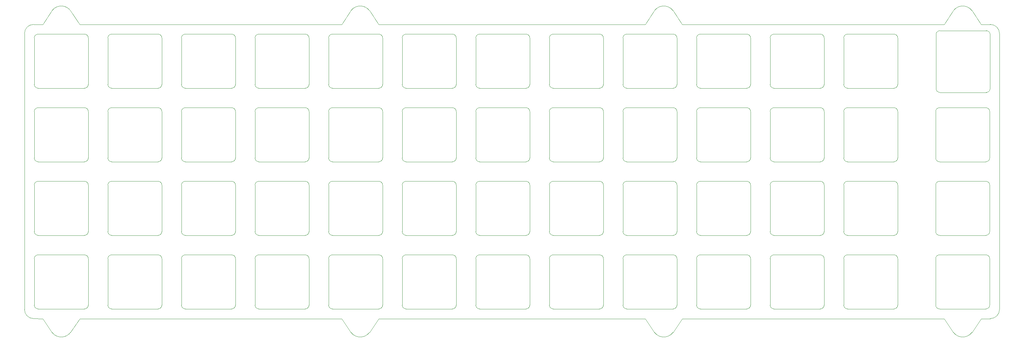
<source format=gbr>
G04 #@! TF.GenerationSoftware,KiCad,Pcbnew,(5.1.4-0)*
G04 #@! TF.CreationDate,2021-11-04T10:17:46-05:00*
G04 #@! TF.ProjectId,top_plate,746f705f-706c-4617-9465-2e6b69636164,rev?*
G04 #@! TF.SameCoordinates,Original*
G04 #@! TF.FileFunction,Profile,NP*
%FSLAX46Y46*%
G04 Gerber Fmt 4.6, Leading zero omitted, Abs format (unit mm)*
G04 Created by KiCad (PCBNEW (5.1.4-0)) date 2021-11-04 10:17:46*
%MOMM*%
%LPD*%
G04 APERTURE LIST*
%ADD10C,0.050000*%
G04 APERTURE END LIST*
D10*
X158354786Y-120253090D02*
G75*
G02X153592562Y-120253298I-2381190J1785748D01*
G01*
X153592562Y-120253298D02*
X151211309Y-116681421D01*
X158354786Y-120253090D02*
X160736317Y-116681421D01*
X235745119Y-120253204D02*
G75*
G02X230982895Y-120253412I-2381190J1785748D01*
G01*
X230982895Y-120253412D02*
X228601642Y-116681535D01*
X235745119Y-120253204D02*
X238126650Y-116681535D01*
X314326530Y-120253090D02*
G75*
G02X309564306Y-120253298I-2381190J1785748D01*
G01*
X309564306Y-120253298D02*
X307183053Y-116681421D01*
X314326530Y-120253090D02*
X316708061Y-116681421D01*
X391717125Y-120253204D02*
G75*
G02X386954901Y-120253412I-2381190J1785748D01*
G01*
X386954901Y-120253412D02*
X384573648Y-116681535D01*
X391717125Y-120253204D02*
X394098434Y-116681516D01*
X386954735Y-36909764D02*
G75*
G02X391716959Y-36909556I2381190J-1785748D01*
G01*
X391716959Y-36909556D02*
X394098212Y-40481433D01*
X386954735Y-36909764D02*
X384573204Y-40481433D01*
X309564045Y-36909764D02*
G75*
G02X314326269Y-36909556I2381190J-1785748D01*
G01*
X314326269Y-36909556D02*
X316707522Y-40481433D01*
X309564045Y-36909764D02*
X307182514Y-40481433D01*
X153592039Y-36909764D02*
G75*
G02X158354263Y-36909556I2381190J-1785748D01*
G01*
X158354263Y-36909556D02*
X160735516Y-40481433D01*
X153592039Y-36909764D02*
X151210508Y-40481433D01*
X235745175Y-36909575D02*
X238126428Y-40481452D01*
X230982951Y-36909783D02*
X228601420Y-40481452D01*
X230982951Y-36909783D02*
G75*
G02X235745175Y-36909575I2381190J-1785748D01*
G01*
X146448582Y-42862728D02*
X146449842Y-114300156D01*
X316708061Y-116681421D02*
X384573648Y-116681535D01*
X238126650Y-116681535D02*
X307183053Y-116681421D01*
X160736317Y-116681421D02*
X228601642Y-116681535D01*
X148829842Y-116680144D02*
X151211309Y-116681421D01*
X151210730Y-40481452D02*
X148829842Y-40481468D01*
X228601420Y-40481452D02*
X160735738Y-40481452D01*
X307182514Y-40481433D02*
X238126428Y-40481452D01*
X384573204Y-40481433D02*
X316707522Y-40481433D01*
X396479634Y-40481456D02*
X394098212Y-40481433D01*
X396479634Y-40481456D02*
G75*
G02X398860894Y-42862716I0J-2381260D01*
G01*
X398860894Y-114300144D02*
X398860894Y-42862716D01*
X396479634Y-116681516D02*
X394098434Y-116681516D01*
X398860894Y-114300144D02*
G75*
G02X396479634Y-116681404I-2381260J0D01*
G01*
X148829842Y-116680144D02*
G75*
G02X146449842Y-114300156I0J2380000D01*
G01*
X146448582Y-42862728D02*
G75*
G02X148829842Y-40481468I2381260J0D01*
G01*
X382336010Y-101156700D02*
G75*
G02X383336010Y-100156700I1000000J0D01*
G01*
X396336010Y-113156700D02*
G75*
G02X395336010Y-114156700I-1000000J0D01*
G01*
X395336010Y-100156700D02*
G75*
G02X396336010Y-101156700I0J-1000000D01*
G01*
X383336010Y-114156700D02*
G75*
G02X382336010Y-113156700I0J1000000D01*
G01*
X383336010Y-114156700D02*
X395336010Y-114156700D01*
X396336010Y-101156700D02*
X396336010Y-113156700D01*
X383336010Y-100156700D02*
X395336010Y-100156700D01*
X382336010Y-113156700D02*
X382336010Y-101156700D01*
X382335890Y-82106428D02*
G75*
G02X383335890Y-81106428I1000000J0D01*
G01*
X396335890Y-94106428D02*
G75*
G02X395335890Y-95106428I-1000000J0D01*
G01*
X395335890Y-81106428D02*
G75*
G02X396335890Y-82106428I0J-1000000D01*
G01*
X383335890Y-95106428D02*
G75*
G02X382335890Y-94106428I0J1000000D01*
G01*
X383335890Y-95106428D02*
X395335890Y-95106428D01*
X396335890Y-82106428D02*
X396335890Y-94106428D01*
X383335890Y-81106428D02*
X395335890Y-81106428D01*
X382335890Y-94106428D02*
X382335890Y-82106428D01*
X382335890Y-63056444D02*
G75*
G02X383335890Y-62056444I1000000J0D01*
G01*
X396335890Y-75056444D02*
G75*
G02X395335890Y-76056444I-1000000J0D01*
G01*
X395335890Y-62056444D02*
G75*
G02X396335890Y-63056444I0J-1000000D01*
G01*
X383335890Y-76056444D02*
G75*
G02X382335890Y-75056444I0J1000000D01*
G01*
X383335890Y-76056444D02*
X395335890Y-76056444D01*
X396335890Y-63056444D02*
X396335890Y-75056444D01*
X383335890Y-62056444D02*
X395335890Y-62056444D01*
X382335890Y-75056444D02*
X382335890Y-63056444D01*
X358523410Y-101156700D02*
G75*
G02X359523410Y-100156700I1000000J0D01*
G01*
X372523410Y-113156700D02*
G75*
G02X371523410Y-114156700I-1000000J0D01*
G01*
X371523410Y-100156700D02*
G75*
G02X372523410Y-101156700I0J-1000000D01*
G01*
X359523410Y-114156700D02*
G75*
G02X358523410Y-113156700I0J1000000D01*
G01*
X359523410Y-114156700D02*
X371523410Y-114156700D01*
X372523410Y-101156700D02*
X372523410Y-113156700D01*
X359523410Y-100156700D02*
X371523410Y-100156700D01*
X358523410Y-113156700D02*
X358523410Y-101156700D01*
X339473330Y-101160000D02*
G75*
G02X340473330Y-100160000I1000000J0D01*
G01*
X353473330Y-113160000D02*
G75*
G02X352473330Y-114160000I-1000000J0D01*
G01*
X352473330Y-100160000D02*
G75*
G02X353473330Y-101160000I0J-1000000D01*
G01*
X340473330Y-114160000D02*
G75*
G02X339473330Y-113160000I0J1000000D01*
G01*
X340473330Y-114160000D02*
X352473330Y-114160000D01*
X353473330Y-101160000D02*
X353473330Y-113160000D01*
X340473330Y-100160000D02*
X352473330Y-100160000D01*
X339473330Y-113160000D02*
X339473330Y-101160000D01*
X320423250Y-101156700D02*
G75*
G02X321423250Y-100156700I1000000J0D01*
G01*
X334423250Y-113156700D02*
G75*
G02X333423250Y-114156700I-1000000J0D01*
G01*
X333423250Y-100156700D02*
G75*
G02X334423250Y-101156700I0J-1000000D01*
G01*
X321423250Y-114156700D02*
G75*
G02X320423250Y-113156700I0J1000000D01*
G01*
X321423250Y-114156700D02*
X333423250Y-114156700D01*
X334423250Y-101156700D02*
X334423250Y-113156700D01*
X321423250Y-100156700D02*
X333423250Y-100156700D01*
X320423250Y-113156700D02*
X320423250Y-101156700D01*
X301373170Y-101156700D02*
G75*
G02X302373170Y-100156700I1000000J0D01*
G01*
X315373170Y-113156700D02*
G75*
G02X314373170Y-114156700I-1000000J0D01*
G01*
X314373170Y-100156700D02*
G75*
G02X315373170Y-101156700I0J-1000000D01*
G01*
X302373170Y-114156700D02*
G75*
G02X301373170Y-113156700I0J1000000D01*
G01*
X302373170Y-114156700D02*
X314373170Y-114156700D01*
X315373170Y-101156700D02*
X315373170Y-113156700D01*
X302373170Y-100156700D02*
X314373170Y-100156700D01*
X301373170Y-113156700D02*
X301373170Y-101156700D01*
X282323090Y-101156700D02*
G75*
G02X283323090Y-100156700I1000000J0D01*
G01*
X296323090Y-113156700D02*
G75*
G02X295323090Y-114156700I-1000000J0D01*
G01*
X295323090Y-100156700D02*
G75*
G02X296323090Y-101156700I0J-1000000D01*
G01*
X283323090Y-114156700D02*
G75*
G02X282323090Y-113156700I0J1000000D01*
G01*
X283323090Y-114156700D02*
X295323090Y-114156700D01*
X296323090Y-101156700D02*
X296323090Y-113156700D01*
X283323090Y-100156700D02*
X295323090Y-100156700D01*
X282323090Y-113156700D02*
X282323090Y-101156700D01*
X263273010Y-101156700D02*
G75*
G02X264273010Y-100156700I1000000J0D01*
G01*
X277273010Y-113156700D02*
G75*
G02X276273010Y-114156700I-1000000J0D01*
G01*
X276273010Y-100156700D02*
G75*
G02X277273010Y-101156700I0J-1000000D01*
G01*
X264273010Y-114156700D02*
G75*
G02X263273010Y-113156700I0J1000000D01*
G01*
X264273010Y-114156700D02*
X276273010Y-114156700D01*
X277273010Y-101156700D02*
X277273010Y-113156700D01*
X264273010Y-100156700D02*
X276273010Y-100156700D01*
X263273010Y-113156700D02*
X263273010Y-101156700D01*
X244222930Y-101156700D02*
G75*
G02X245222930Y-100156700I1000000J0D01*
G01*
X258222930Y-113156700D02*
G75*
G02X257222930Y-114156700I-1000000J0D01*
G01*
X257222930Y-100156700D02*
G75*
G02X258222930Y-101156700I0J-1000000D01*
G01*
X245222930Y-114156700D02*
G75*
G02X244222930Y-113156700I0J1000000D01*
G01*
X245222930Y-114156700D02*
X257222930Y-114156700D01*
X258222930Y-101156700D02*
X258222930Y-113156700D01*
X245222930Y-100156700D02*
X257222930Y-100156700D01*
X244222930Y-113156700D02*
X244222930Y-101156700D01*
X225172850Y-101156700D02*
G75*
G02X226172850Y-100156700I1000000J0D01*
G01*
X239172850Y-113156700D02*
G75*
G02X238172850Y-114156700I-1000000J0D01*
G01*
X238172850Y-100156700D02*
G75*
G02X239172850Y-101156700I0J-1000000D01*
G01*
X226172850Y-114156700D02*
G75*
G02X225172850Y-113156700I0J1000000D01*
G01*
X226172850Y-114156700D02*
X238172850Y-114156700D01*
X239172850Y-101156700D02*
X239172850Y-113156700D01*
X226172850Y-100156700D02*
X238172850Y-100156700D01*
X225172850Y-113156700D02*
X225172850Y-101156700D01*
X206122770Y-101156700D02*
G75*
G02X207122770Y-100156700I1000000J0D01*
G01*
X220122770Y-113156700D02*
G75*
G02X219122770Y-114156700I-1000000J0D01*
G01*
X219122770Y-100156700D02*
G75*
G02X220122770Y-101156700I0J-1000000D01*
G01*
X207122770Y-114156700D02*
G75*
G02X206122770Y-113156700I0J1000000D01*
G01*
X207122770Y-114156700D02*
X219122770Y-114156700D01*
X220122770Y-101156700D02*
X220122770Y-113156700D01*
X207122770Y-100156700D02*
X219122770Y-100156700D01*
X206122770Y-113156700D02*
X206122770Y-101156700D01*
X187072690Y-101156700D02*
G75*
G02X188072690Y-100156700I1000000J0D01*
G01*
X201072690Y-113156700D02*
G75*
G02X200072690Y-114156700I-1000000J0D01*
G01*
X200072690Y-100156700D02*
G75*
G02X201072690Y-101156700I0J-1000000D01*
G01*
X188072690Y-114156700D02*
G75*
G02X187072690Y-113156700I0J1000000D01*
G01*
X188072690Y-114156700D02*
X200072690Y-114156700D01*
X201072690Y-101156700D02*
X201072690Y-113156700D01*
X188072690Y-100156700D02*
X200072690Y-100156700D01*
X187072690Y-113156700D02*
X187072690Y-101156700D01*
X168022610Y-101156700D02*
G75*
G02X169022610Y-100156700I1000000J0D01*
G01*
X182022610Y-113156700D02*
G75*
G02X181022610Y-114156700I-1000000J0D01*
G01*
X181022610Y-100156700D02*
G75*
G02X182022610Y-101156700I0J-1000000D01*
G01*
X169022610Y-114156700D02*
G75*
G02X168022610Y-113156700I0J1000000D01*
G01*
X169022610Y-114156700D02*
X181022610Y-114156700D01*
X182022610Y-101156700D02*
X182022610Y-113156700D01*
X169022610Y-100156700D02*
X181022610Y-100156700D01*
X168022610Y-113156700D02*
X168022610Y-101156700D01*
X148972530Y-101156700D02*
G75*
G02X149972530Y-100156700I1000000J0D01*
G01*
X162972530Y-113156700D02*
G75*
G02X161972530Y-114156700I-1000000J0D01*
G01*
X161972530Y-100156700D02*
G75*
G02X162972530Y-101156700I0J-1000000D01*
G01*
X149972530Y-114156700D02*
G75*
G02X148972530Y-113156700I0J1000000D01*
G01*
X149972530Y-114156700D02*
X161972530Y-114156700D01*
X162972530Y-101156700D02*
X162972530Y-113156700D01*
X149972530Y-100156700D02*
X161972530Y-100156700D01*
X148972530Y-113156700D02*
X148972530Y-101156700D01*
X358523410Y-82106620D02*
G75*
G02X359523410Y-81106620I1000000J0D01*
G01*
X372523410Y-94106620D02*
G75*
G02X371523410Y-95106620I-1000000J0D01*
G01*
X371523410Y-81106620D02*
G75*
G02X372523410Y-82106620I0J-1000000D01*
G01*
X359523410Y-95106620D02*
G75*
G02X358523410Y-94106620I0J1000000D01*
G01*
X359523410Y-95106620D02*
X371523410Y-95106620D01*
X372523410Y-82106620D02*
X372523410Y-94106620D01*
X359523410Y-81106620D02*
X371523410Y-81106620D01*
X358523410Y-94106620D02*
X358523410Y-82106620D01*
X339473330Y-82106620D02*
G75*
G02X340473330Y-81106620I1000000J0D01*
G01*
X353473330Y-94106620D02*
G75*
G02X352473330Y-95106620I-1000000J0D01*
G01*
X352473330Y-81106620D02*
G75*
G02X353473330Y-82106620I0J-1000000D01*
G01*
X340473330Y-95106620D02*
G75*
G02X339473330Y-94106620I0J1000000D01*
G01*
X340473330Y-95106620D02*
X352473330Y-95106620D01*
X353473330Y-82106620D02*
X353473330Y-94106620D01*
X340473330Y-81106620D02*
X352473330Y-81106620D01*
X339473330Y-94106620D02*
X339473330Y-82106620D01*
X320423250Y-82106620D02*
G75*
G02X321423250Y-81106620I1000000J0D01*
G01*
X334423250Y-94106620D02*
G75*
G02X333423250Y-95106620I-1000000J0D01*
G01*
X333423250Y-81106620D02*
G75*
G02X334423250Y-82106620I0J-1000000D01*
G01*
X321423250Y-95106620D02*
G75*
G02X320423250Y-94106620I0J1000000D01*
G01*
X321423250Y-95106620D02*
X333423250Y-95106620D01*
X334423250Y-82106620D02*
X334423250Y-94106620D01*
X321423250Y-81106620D02*
X333423250Y-81106620D01*
X320423250Y-94106620D02*
X320423250Y-82106620D01*
X301373170Y-82106620D02*
G75*
G02X302373170Y-81106620I1000000J0D01*
G01*
X315373170Y-94106620D02*
G75*
G02X314373170Y-95106620I-1000000J0D01*
G01*
X314373170Y-81106620D02*
G75*
G02X315373170Y-82106620I0J-1000000D01*
G01*
X302373170Y-95106620D02*
G75*
G02X301373170Y-94106620I0J1000000D01*
G01*
X302373170Y-95106620D02*
X314373170Y-95106620D01*
X315373170Y-82106620D02*
X315373170Y-94106620D01*
X302373170Y-81106620D02*
X314373170Y-81106620D01*
X301373170Y-94106620D02*
X301373170Y-82106620D01*
X282323090Y-82106620D02*
G75*
G02X283323090Y-81106620I1000000J0D01*
G01*
X296323090Y-94106620D02*
G75*
G02X295323090Y-95106620I-1000000J0D01*
G01*
X295323090Y-81106620D02*
G75*
G02X296323090Y-82106620I0J-1000000D01*
G01*
X283323090Y-95106620D02*
G75*
G02X282323090Y-94106620I0J1000000D01*
G01*
X283323090Y-95106620D02*
X295323090Y-95106620D01*
X296323090Y-82106620D02*
X296323090Y-94106620D01*
X283323090Y-81106620D02*
X295323090Y-81106620D01*
X282323090Y-94106620D02*
X282323090Y-82106620D01*
X263273010Y-82106620D02*
G75*
G02X264273010Y-81106620I1000000J0D01*
G01*
X277273010Y-94106620D02*
G75*
G02X276273010Y-95106620I-1000000J0D01*
G01*
X276273010Y-81106620D02*
G75*
G02X277273010Y-82106620I0J-1000000D01*
G01*
X264273010Y-95106620D02*
G75*
G02X263273010Y-94106620I0J1000000D01*
G01*
X264273010Y-95106620D02*
X276273010Y-95106620D01*
X277273010Y-82106620D02*
X277273010Y-94106620D01*
X264273010Y-81106620D02*
X276273010Y-81106620D01*
X263273010Y-94106620D02*
X263273010Y-82106620D01*
X244222930Y-82106620D02*
G75*
G02X245222930Y-81106620I1000000J0D01*
G01*
X258222930Y-94106620D02*
G75*
G02X257222930Y-95106620I-1000000J0D01*
G01*
X257222930Y-81106620D02*
G75*
G02X258222930Y-82106620I0J-1000000D01*
G01*
X245222930Y-95106620D02*
G75*
G02X244222930Y-94106620I0J1000000D01*
G01*
X245222930Y-95106620D02*
X257222930Y-95106620D01*
X258222930Y-82106620D02*
X258222930Y-94106620D01*
X245222930Y-81106620D02*
X257222930Y-81106620D01*
X244222930Y-94106620D02*
X244222930Y-82106620D01*
X225172850Y-82106620D02*
G75*
G02X226172850Y-81106620I1000000J0D01*
G01*
X239172850Y-94106620D02*
G75*
G02X238172850Y-95106620I-1000000J0D01*
G01*
X238172850Y-81106620D02*
G75*
G02X239172850Y-82106620I0J-1000000D01*
G01*
X226172850Y-95106620D02*
G75*
G02X225172850Y-94106620I0J1000000D01*
G01*
X226172850Y-95106620D02*
X238172850Y-95106620D01*
X239172850Y-82106620D02*
X239172850Y-94106620D01*
X226172850Y-81106620D02*
X238172850Y-81106620D01*
X225172850Y-94106620D02*
X225172850Y-82106620D01*
X206122770Y-82106620D02*
G75*
G02X207122770Y-81106620I1000000J0D01*
G01*
X220122770Y-94106620D02*
G75*
G02X219122770Y-95106620I-1000000J0D01*
G01*
X219122770Y-81106620D02*
G75*
G02X220122770Y-82106620I0J-1000000D01*
G01*
X207122770Y-95106620D02*
G75*
G02X206122770Y-94106620I0J1000000D01*
G01*
X207122770Y-95106620D02*
X219122770Y-95106620D01*
X220122770Y-82106620D02*
X220122770Y-94106620D01*
X207122770Y-81106620D02*
X219122770Y-81106620D01*
X206122770Y-94106620D02*
X206122770Y-82106620D01*
X187072690Y-82106620D02*
G75*
G02X188072690Y-81106620I1000000J0D01*
G01*
X201072690Y-94106620D02*
G75*
G02X200072690Y-95106620I-1000000J0D01*
G01*
X200072690Y-81106620D02*
G75*
G02X201072690Y-82106620I0J-1000000D01*
G01*
X188072690Y-95106620D02*
G75*
G02X187072690Y-94106620I0J1000000D01*
G01*
X188072690Y-95106620D02*
X200072690Y-95106620D01*
X201072690Y-82106620D02*
X201072690Y-94106620D01*
X188072690Y-81106620D02*
X200072690Y-81106620D01*
X187072690Y-94106620D02*
X187072690Y-82106620D01*
X168022610Y-82106620D02*
G75*
G02X169022610Y-81106620I1000000J0D01*
G01*
X182022610Y-94106620D02*
G75*
G02X181022610Y-95106620I-1000000J0D01*
G01*
X181022610Y-81106620D02*
G75*
G02X182022610Y-82106620I0J-1000000D01*
G01*
X169022610Y-95106620D02*
G75*
G02X168022610Y-94106620I0J1000000D01*
G01*
X169022610Y-95106620D02*
X181022610Y-95106620D01*
X182022610Y-82106620D02*
X182022610Y-94106620D01*
X169022610Y-81106620D02*
X181022610Y-81106620D01*
X168022610Y-94106620D02*
X168022610Y-82106620D01*
X148972530Y-82106620D02*
G75*
G02X149972530Y-81106620I1000000J0D01*
G01*
X162972530Y-94106620D02*
G75*
G02X161972530Y-95106620I-1000000J0D01*
G01*
X161972530Y-81106620D02*
G75*
G02X162972530Y-82106620I0J-1000000D01*
G01*
X149972530Y-95106620D02*
G75*
G02X148972530Y-94106620I0J1000000D01*
G01*
X149972530Y-95106620D02*
X161972530Y-95106620D01*
X162972530Y-82106620D02*
X162972530Y-94106620D01*
X149972530Y-81106620D02*
X161972530Y-81106620D01*
X148972530Y-94106620D02*
X148972530Y-82106620D01*
X358523410Y-63056540D02*
G75*
G02X359523410Y-62056540I1000000J0D01*
G01*
X372523410Y-75056540D02*
G75*
G02X371523410Y-76056540I-1000000J0D01*
G01*
X371523410Y-62056540D02*
G75*
G02X372523410Y-63056540I0J-1000000D01*
G01*
X359523410Y-76056540D02*
G75*
G02X358523410Y-75056540I0J1000000D01*
G01*
X359523410Y-76056540D02*
X371523410Y-76056540D01*
X372523410Y-63056540D02*
X372523410Y-75056540D01*
X359523410Y-62056540D02*
X371523410Y-62056540D01*
X358523410Y-75056540D02*
X358523410Y-63056540D01*
X339473330Y-63056540D02*
G75*
G02X340473330Y-62056540I1000000J0D01*
G01*
X353473330Y-75056540D02*
G75*
G02X352473330Y-76056540I-1000000J0D01*
G01*
X352473330Y-62056540D02*
G75*
G02X353473330Y-63056540I0J-1000000D01*
G01*
X340473330Y-76056540D02*
G75*
G02X339473330Y-75056540I0J1000000D01*
G01*
X340473330Y-76056540D02*
X352473330Y-76056540D01*
X353473330Y-63056540D02*
X353473330Y-75056540D01*
X340473330Y-62056540D02*
X352473330Y-62056540D01*
X339473330Y-75056540D02*
X339473330Y-63056540D01*
X320423250Y-63056540D02*
G75*
G02X321423250Y-62056540I1000000J0D01*
G01*
X334423250Y-75056540D02*
G75*
G02X333423250Y-76056540I-1000000J0D01*
G01*
X333423250Y-62056540D02*
G75*
G02X334423250Y-63056540I0J-1000000D01*
G01*
X321423250Y-76056540D02*
G75*
G02X320423250Y-75056540I0J1000000D01*
G01*
X321423250Y-76056540D02*
X333423250Y-76056540D01*
X334423250Y-63056540D02*
X334423250Y-75056540D01*
X321423250Y-62056540D02*
X333423250Y-62056540D01*
X320423250Y-75056540D02*
X320423250Y-63056540D01*
X301373170Y-63056540D02*
G75*
G02X302373170Y-62056540I1000000J0D01*
G01*
X315373170Y-75056540D02*
G75*
G02X314373170Y-76056540I-1000000J0D01*
G01*
X314373170Y-62056540D02*
G75*
G02X315373170Y-63056540I0J-1000000D01*
G01*
X302373170Y-76056540D02*
G75*
G02X301373170Y-75056540I0J1000000D01*
G01*
X302373170Y-76056540D02*
X314373170Y-76056540D01*
X315373170Y-63056540D02*
X315373170Y-75056540D01*
X302373170Y-62056540D02*
X314373170Y-62056540D01*
X301373170Y-75056540D02*
X301373170Y-63056540D01*
X282323090Y-63056540D02*
G75*
G02X283323090Y-62056540I1000000J0D01*
G01*
X296323090Y-75056540D02*
G75*
G02X295323090Y-76056540I-1000000J0D01*
G01*
X295323090Y-62056540D02*
G75*
G02X296323090Y-63056540I0J-1000000D01*
G01*
X283323090Y-76056540D02*
G75*
G02X282323090Y-75056540I0J1000000D01*
G01*
X283323090Y-76056540D02*
X295323090Y-76056540D01*
X296323090Y-63056540D02*
X296323090Y-75056540D01*
X283323090Y-62056540D02*
X295323090Y-62056540D01*
X282323090Y-75056540D02*
X282323090Y-63056540D01*
X263273010Y-63056540D02*
G75*
G02X264273010Y-62056540I1000000J0D01*
G01*
X277273010Y-75056540D02*
G75*
G02X276273010Y-76056540I-1000000J0D01*
G01*
X276273010Y-62056540D02*
G75*
G02X277273010Y-63056540I0J-1000000D01*
G01*
X264273010Y-76056540D02*
G75*
G02X263273010Y-75056540I0J1000000D01*
G01*
X264273010Y-76056540D02*
X276273010Y-76056540D01*
X277273010Y-63056540D02*
X277273010Y-75056540D01*
X264273010Y-62056540D02*
X276273010Y-62056540D01*
X263273010Y-75056540D02*
X263273010Y-63056540D01*
X244222930Y-63056540D02*
G75*
G02X245222930Y-62056540I1000000J0D01*
G01*
X258222930Y-75056540D02*
G75*
G02X257222930Y-76056540I-1000000J0D01*
G01*
X257222930Y-62056540D02*
G75*
G02X258222930Y-63056540I0J-1000000D01*
G01*
X245222930Y-76056540D02*
G75*
G02X244222930Y-75056540I0J1000000D01*
G01*
X245222930Y-76056540D02*
X257222930Y-76056540D01*
X258222930Y-63056540D02*
X258222930Y-75056540D01*
X245222930Y-62056540D02*
X257222930Y-62056540D01*
X244222930Y-75056540D02*
X244222930Y-63056540D01*
X225172850Y-63056540D02*
G75*
G02X226172850Y-62056540I1000000J0D01*
G01*
X239172850Y-75056540D02*
G75*
G02X238172850Y-76056540I-1000000J0D01*
G01*
X238172850Y-62056540D02*
G75*
G02X239172850Y-63056540I0J-1000000D01*
G01*
X226172850Y-76056540D02*
G75*
G02X225172850Y-75056540I0J1000000D01*
G01*
X226172850Y-76056540D02*
X238172850Y-76056540D01*
X239172850Y-63056540D02*
X239172850Y-75056540D01*
X226172850Y-62056540D02*
X238172850Y-62056540D01*
X225172850Y-75056540D02*
X225172850Y-63056540D01*
X206122770Y-63056540D02*
G75*
G02X207122770Y-62056540I1000000J0D01*
G01*
X220122770Y-75056540D02*
G75*
G02X219122770Y-76056540I-1000000J0D01*
G01*
X219122770Y-62056540D02*
G75*
G02X220122770Y-63056540I0J-1000000D01*
G01*
X207122770Y-76056540D02*
G75*
G02X206122770Y-75056540I0J1000000D01*
G01*
X207122770Y-76056540D02*
X219122770Y-76056540D01*
X220122770Y-63056540D02*
X220122770Y-75056540D01*
X207122770Y-62056540D02*
X219122770Y-62056540D01*
X206122770Y-75056540D02*
X206122770Y-63056540D01*
X187072690Y-63056540D02*
G75*
G02X188072690Y-62056540I1000000J0D01*
G01*
X201072690Y-75056540D02*
G75*
G02X200072690Y-76056540I-1000000J0D01*
G01*
X200072690Y-62056540D02*
G75*
G02X201072690Y-63056540I0J-1000000D01*
G01*
X188072690Y-76056540D02*
G75*
G02X187072690Y-75056540I0J1000000D01*
G01*
X188072690Y-76056540D02*
X200072690Y-76056540D01*
X201072690Y-63056540D02*
X201072690Y-75056540D01*
X188072690Y-62056540D02*
X200072690Y-62056540D01*
X187072690Y-75056540D02*
X187072690Y-63056540D01*
X168022610Y-63056540D02*
G75*
G02X169022610Y-62056540I1000000J0D01*
G01*
X182022610Y-75056540D02*
G75*
G02X181022610Y-76056540I-1000000J0D01*
G01*
X181022610Y-62056540D02*
G75*
G02X182022610Y-63056540I0J-1000000D01*
G01*
X169022610Y-76056540D02*
G75*
G02X168022610Y-75056540I0J1000000D01*
G01*
X169022610Y-76056540D02*
X181022610Y-76056540D01*
X182022610Y-63056540D02*
X182022610Y-75056540D01*
X169022610Y-62056540D02*
X181022610Y-62056540D01*
X168022610Y-75056540D02*
X168022610Y-63056540D01*
X148972530Y-63056540D02*
G75*
G02X149972530Y-62056540I1000000J0D01*
G01*
X162972530Y-75056540D02*
G75*
G02X161972530Y-76056540I-1000000J0D01*
G01*
X161972530Y-62056540D02*
G75*
G02X162972530Y-63056540I0J-1000000D01*
G01*
X149972530Y-76056540D02*
G75*
G02X148972530Y-75056540I0J1000000D01*
G01*
X149972530Y-76056540D02*
X161972530Y-76056540D01*
X162972530Y-63056540D02*
X162972530Y-75056540D01*
X149972530Y-62056540D02*
X161972530Y-62056540D01*
X148972530Y-75056540D02*
X148972530Y-63056540D01*
X358523410Y-44006460D02*
G75*
G02X359523410Y-43006460I1000000J0D01*
G01*
X372523410Y-56006460D02*
G75*
G02X371523410Y-57006460I-1000000J0D01*
G01*
X371523410Y-43006460D02*
G75*
G02X372523410Y-44006460I0J-1000000D01*
G01*
X359523410Y-57006460D02*
G75*
G02X358523410Y-56006460I0J1000000D01*
G01*
X359523410Y-57006460D02*
X371523410Y-57006460D01*
X372523410Y-44006460D02*
X372523410Y-56006460D01*
X359523410Y-43006460D02*
X371523410Y-43006460D01*
X358523410Y-56006460D02*
X358523410Y-44006460D01*
X339473330Y-44006460D02*
G75*
G02X340473330Y-43006460I1000000J0D01*
G01*
X353473330Y-56006460D02*
G75*
G02X352473330Y-57006460I-1000000J0D01*
G01*
X352473330Y-43006460D02*
G75*
G02X353473330Y-44006460I0J-1000000D01*
G01*
X340473330Y-57006460D02*
G75*
G02X339473330Y-56006460I0J1000000D01*
G01*
X340473330Y-57006460D02*
X352473330Y-57006460D01*
X353473330Y-44006460D02*
X353473330Y-56006460D01*
X340473330Y-43006460D02*
X352473330Y-43006460D01*
X339473330Y-56006460D02*
X339473330Y-44006460D01*
X320423250Y-44006460D02*
G75*
G02X321423250Y-43006460I1000000J0D01*
G01*
X334423250Y-56006460D02*
G75*
G02X333423250Y-57006460I-1000000J0D01*
G01*
X333423250Y-43006460D02*
G75*
G02X334423250Y-44006460I0J-1000000D01*
G01*
X321423250Y-57006460D02*
G75*
G02X320423250Y-56006460I0J1000000D01*
G01*
X321423250Y-57006460D02*
X333423250Y-57006460D01*
X334423250Y-44006460D02*
X334423250Y-56006460D01*
X321423250Y-43006460D02*
X333423250Y-43006460D01*
X320423250Y-56006460D02*
X320423250Y-44006460D01*
X301373362Y-44006460D02*
G75*
G02X302373362Y-43006460I1000000J0D01*
G01*
X315373362Y-56006460D02*
G75*
G02X314373362Y-57006460I-1000000J0D01*
G01*
X314373362Y-43006460D02*
G75*
G02X315373362Y-44006460I0J-1000000D01*
G01*
X302373362Y-57006460D02*
G75*
G02X301373362Y-56006460I0J1000000D01*
G01*
X302373362Y-57006460D02*
X314373362Y-57006460D01*
X315373362Y-44006460D02*
X315373362Y-56006460D01*
X302373362Y-43006460D02*
X314373362Y-43006460D01*
X301373362Y-56006460D02*
X301373362Y-44006460D01*
X282323346Y-44006460D02*
G75*
G02X283323346Y-43006460I1000000J0D01*
G01*
X296323346Y-56006460D02*
G75*
G02X295323346Y-57006460I-1000000J0D01*
G01*
X295323346Y-43006460D02*
G75*
G02X296323346Y-44006460I0J-1000000D01*
G01*
X283323346Y-57006460D02*
G75*
G02X282323346Y-56006460I0J1000000D01*
G01*
X283323346Y-57006460D02*
X295323346Y-57006460D01*
X296323346Y-44006460D02*
X296323346Y-56006460D01*
X283323346Y-43006460D02*
X295323346Y-43006460D01*
X282323346Y-56006460D02*
X282323346Y-44006460D01*
X263273330Y-44006460D02*
G75*
G02X264273330Y-43006460I1000000J0D01*
G01*
X277273330Y-56006460D02*
G75*
G02X276273330Y-57006460I-1000000J0D01*
G01*
X276273330Y-43006460D02*
G75*
G02X277273330Y-44006460I0J-1000000D01*
G01*
X264273330Y-57006460D02*
G75*
G02X263273330Y-56006460I0J1000000D01*
G01*
X264273330Y-57006460D02*
X276273330Y-57006460D01*
X277273330Y-44006460D02*
X277273330Y-56006460D01*
X264273330Y-43006460D02*
X276273330Y-43006460D01*
X263273330Y-56006460D02*
X263273330Y-44006460D01*
X244223314Y-44006460D02*
G75*
G02X245223314Y-43006460I1000000J0D01*
G01*
X258223314Y-56006460D02*
G75*
G02X257223314Y-57006460I-1000000J0D01*
G01*
X257223314Y-43006460D02*
G75*
G02X258223314Y-44006460I0J-1000000D01*
G01*
X245223314Y-57006460D02*
G75*
G02X244223314Y-56006460I0J1000000D01*
G01*
X245223314Y-57006460D02*
X257223314Y-57006460D01*
X258223314Y-44006460D02*
X258223314Y-56006460D01*
X245223314Y-43006460D02*
X257223314Y-43006460D01*
X244223314Y-56006460D02*
X244223314Y-44006460D01*
X225172850Y-44006460D02*
G75*
G02X226172850Y-43006460I1000000J0D01*
G01*
X239172850Y-56006460D02*
G75*
G02X238172850Y-57006460I-1000000J0D01*
G01*
X238172850Y-43006460D02*
G75*
G02X239172850Y-44006460I0J-1000000D01*
G01*
X226172850Y-57006460D02*
G75*
G02X225172850Y-56006460I0J1000000D01*
G01*
X226172850Y-57006460D02*
X238172850Y-57006460D01*
X239172850Y-44006460D02*
X239172850Y-56006460D01*
X226172850Y-43006460D02*
X238172850Y-43006460D01*
X225172850Y-56006460D02*
X225172850Y-44006460D01*
X206122770Y-44006460D02*
G75*
G02X207122770Y-43006460I1000000J0D01*
G01*
X220122770Y-56006460D02*
G75*
G02X219122770Y-57006460I-1000000J0D01*
G01*
X219122770Y-43006460D02*
G75*
G02X220122770Y-44006460I0J-1000000D01*
G01*
X207122770Y-57006460D02*
G75*
G02X206122770Y-56006460I0J1000000D01*
G01*
X207122770Y-57006460D02*
X219122770Y-57006460D01*
X220122770Y-44006460D02*
X220122770Y-56006460D01*
X207122770Y-43006460D02*
X219122770Y-43006460D01*
X206122770Y-56006460D02*
X206122770Y-44006460D01*
X187072690Y-44006460D02*
G75*
G02X188072690Y-43006460I1000000J0D01*
G01*
X201072690Y-56006460D02*
G75*
G02X200072690Y-57006460I-1000000J0D01*
G01*
X200072690Y-43006460D02*
G75*
G02X201072690Y-44006460I0J-1000000D01*
G01*
X188072690Y-57006460D02*
G75*
G02X187072690Y-56006460I0J1000000D01*
G01*
X188072690Y-57006460D02*
X200072690Y-57006460D01*
X201072690Y-44006460D02*
X201072690Y-56006460D01*
X188072690Y-43006460D02*
X200072690Y-43006460D01*
X187072690Y-56006460D02*
X187072690Y-44006460D01*
X168022610Y-44006460D02*
G75*
G02X169022610Y-43006460I1000000J0D01*
G01*
X182022610Y-56006460D02*
G75*
G02X181022610Y-57006460I-1000000J0D01*
G01*
X181022610Y-43006460D02*
G75*
G02X182022610Y-44006460I0J-1000000D01*
G01*
X169022610Y-57006460D02*
G75*
G02X168022610Y-56006460I0J1000000D01*
G01*
X169022610Y-57006460D02*
X181022610Y-57006460D01*
X182022610Y-44006460D02*
X182022610Y-56006460D01*
X169022610Y-43006460D02*
X181022610Y-43006460D01*
X168022610Y-56006460D02*
X168022610Y-44006460D01*
X148972530Y-44006460D02*
G75*
G02X149972530Y-43006460I1000000J0D01*
G01*
X162972530Y-56006460D02*
G75*
G02X161972530Y-57006460I-1000000J0D01*
G01*
X161972530Y-43006460D02*
G75*
G02X162972530Y-44006460I0J-1000000D01*
G01*
X149972530Y-57006460D02*
G75*
G02X148972530Y-56006460I0J1000000D01*
G01*
X149972530Y-57006460D02*
X161972530Y-57006460D01*
X162972530Y-44006460D02*
X162972530Y-56006460D01*
X149972530Y-43006460D02*
X161972530Y-43006460D01*
X148972530Y-56006460D02*
X148972530Y-44006460D01*
X395436010Y-42106460D02*
G75*
G02X396436010Y-43106460I0J-1000000D01*
G01*
X383436010Y-58106460D02*
G75*
G02X382436010Y-57106460I0J1000000D01*
G01*
X396436010Y-57106460D02*
G75*
G02X395436010Y-58106460I-1000000J0D01*
G01*
X382436010Y-43106460D02*
G75*
G02X383436010Y-42106460I1000000J0D01*
G01*
X382436010Y-43106460D02*
X382436010Y-57106460D01*
X395436010Y-58106460D02*
X383436010Y-58106460D01*
X396436010Y-43106460D02*
X396436010Y-57106460D01*
X383436010Y-42106460D02*
X395436010Y-42106460D01*
M02*

</source>
